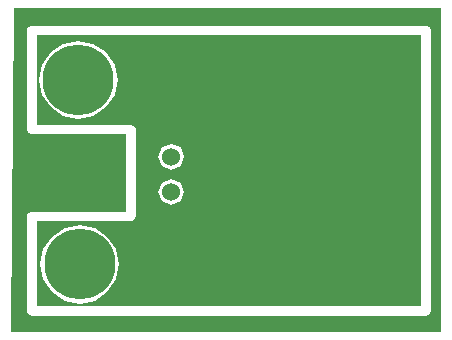
<source format=gbl>
%FSLAX23Y23*%
%MOIN*%
G70*
G01*
G75*
G04 Layer_Physical_Order=2*
G04 Layer_Color=16711680*
%ADD10R,0.118X0.059*%
%ADD11R,0.118X0.039*%
%ADD12R,0.031X0.035*%
%ADD13C,0.010*%
%ADD14C,0.060*%
%ADD15C,0.039*%
%ADD16C,0.236*%
G36*
X1365Y-70D02*
X-66D01*
X-70Y-66D01*
X-60Y1010D01*
X1365D01*
Y-70D01*
D02*
G37*
%LPC*%
G36*
X1315Y951D02*
X0D01*
X-11Y946D01*
X-16Y935D01*
Y605D01*
X-11Y594D01*
X0Y589D01*
X314D01*
Y331D01*
X0D01*
X-11Y326D01*
X-16Y315D01*
Y0D01*
X-11Y-11D01*
X0Y-16D01*
X1315D01*
X1326Y-11D01*
X1331Y0D01*
X1331Y-0D01*
X1331Y0D01*
Y935D01*
X1326Y946D01*
X1315Y951D01*
D02*
G37*
%LPD*%
G36*
X1299Y16D02*
X16D01*
Y299D01*
X330D01*
X341Y304D01*
X346Y315D01*
X346Y315D01*
X346Y315D01*
Y605D01*
X341Y616D01*
X330Y621D01*
X16D01*
Y919D01*
X1299D01*
Y16D01*
D02*
G37*
%LPC*%
G36*
X465Y557D02*
X434Y545D01*
X422Y514D01*
X434Y483D01*
X465Y471D01*
X496Y483D01*
X508Y514D01*
X496Y545D01*
X465Y557D01*
D02*
G37*
G36*
X155Y901D02*
X105Y891D01*
X63Y862D01*
X34Y820D01*
X24Y770D01*
X34Y720D01*
X63Y678D01*
X105Y649D01*
X155Y639D01*
X205Y649D01*
X247Y678D01*
X276Y720D01*
X286Y770D01*
X276Y820D01*
X247Y862D01*
X205Y891D01*
X155Y901D01*
D02*
G37*
G36*
X465Y439D02*
X434Y427D01*
X422Y396D01*
X434Y365D01*
X465Y353D01*
X496Y365D01*
X508Y396D01*
X496Y427D01*
X465Y439D01*
D02*
G37*
G36*
X160Y286D02*
X110Y276D01*
X68Y247D01*
X39Y205D01*
X29Y155D01*
X39Y105D01*
X68Y63D01*
X110Y34D01*
X160Y24D01*
X210Y34D01*
X252Y63D01*
X281Y105D01*
X291Y155D01*
X281Y205D01*
X252Y247D01*
X210Y276D01*
X160Y286D01*
D02*
G37*
%LPD*%
D14*
X465Y514D02*
D03*
Y396D02*
D03*
D15*
X92Y833D02*
D03*
X218D02*
D03*
X155Y859D02*
D03*
X66Y770D02*
D03*
X92Y707D02*
D03*
X155Y681D02*
D03*
X218Y707D02*
D03*
X244Y770D02*
D03*
X249Y155D02*
D03*
X223Y92D02*
D03*
X160Y66D02*
D03*
X97Y92D02*
D03*
X71Y155D02*
D03*
X160Y244D02*
D03*
X223Y218D02*
D03*
X97D02*
D03*
D16*
X155Y770D02*
D03*
X160Y155D02*
D03*
M02*

</source>
